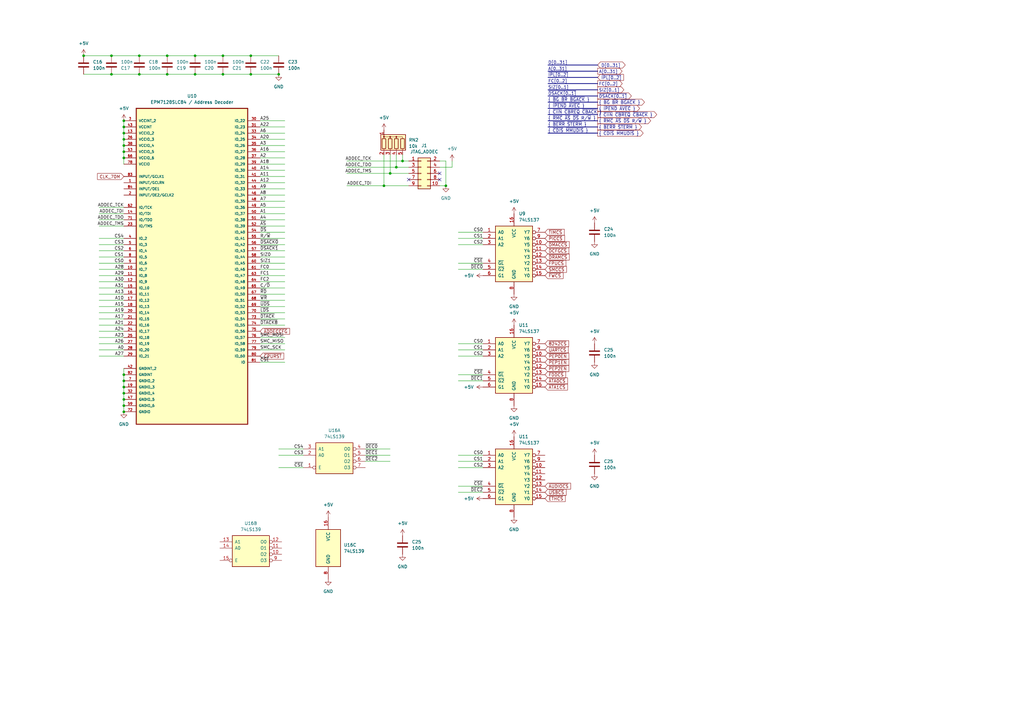
<source format=kicad_sch>
(kicad_sch (version 20230121) (generator eeschema)
  (paper "A3")
  (lib_symbols
    (symbol "74xx:74LS137" (pin_names (offset 1.016))
      (property "Reference" "U" (at -7.62 11.43 0))
      (property "Value" "74LS137" (at -7.62 -13.97 0))
      (symbol "74LS137_1_0"
        (pin input line (at -12.7 7.62 0) (length 5.08) (name "A0") (number "1"))
        (pin output inverted (at 12.7 2.54 180) (length 5.08) (name "Y5") (number "10"))
        (pin output inverted (at 12.7 0 180) (length 5.08) (name "Y4") (number "11"))
        (pin output inverted (at 12.7 -2.54 180) (length 5.08) (name "Y3") (number "12"))
        (pin output inverted (at 12.7 -5.08 180) (length 5.08) (name "Y2") (number "13"))
        (pin output inverted (at 12.7 -7.62 180) (length 5.08) (name "Y1") (number "14"))
        (pin output inverted (at 12.7 -10.16 180) (length 5.08) (name "Y0") (number "15"))
        (pin power_in line (at 0 15.24 270) (length 5.08) (name "VCC") (number "16"))
        (pin input line (at -12.7 5.08 0) (length 5.08) (name "A1") (number "2"))
        (pin input line (at -12.7 2.54 0) (length 5.08) (name "A2") (number "3"))
        (pin input line (at -12.7 -5.08 0) (length 5.08) (name "~{GL}") (number "4"))
        (pin input line (at -12.7 -7.62 0) (length 5.08) (name "~{G2}") (number "5"))
        (pin input line (at -12.7 -10.16 0) (length 5.08) (name "G1") (number "6"))
        (pin output inverted (at 12.7 7.62 180) (length 5.08) (name "Y7") (number "7"))
        (pin power_in line (at 0 -17.78 90) (length 5.08) (name "GND") (number "8"))
        (pin output inverted (at 12.7 5.08 180) (length 5.08) (name "Y6") (number "9"))
      )
      (symbol "74LS137_1_1"
        (rectangle (start -7.62 10.16) (end 7.62 -12.7) (stroke (width 0.254)) (fill (type background)))
      )
    )
    (symbol "74xx:74LS139" (pin_names (offset 1.016))
      (property "Reference" "U" (at -7.62 8.89 0))
      (property "Value" "74LS139" (at -7.62 -8.89 0))
      (symbol "74LS139_1_0"
        (pin input inverted (at -12.7 -5.08 0) (length 5.08) (name "E") (number "1"))
        (pin input line (at -12.7 0 0) (length 5.08) (name "A0") (number "2"))
        (pin input line (at -12.7 2.54 0) (length 5.08) (name "A1") (number "3"))
        (pin output inverted (at 12.7 2.54 180) (length 5.08) (name "O0") (number "4"))
        (pin output inverted (at 12.7 0 180) (length 5.08) (name "O1") (number "5"))
        (pin output inverted (at 12.7 -2.54 180) (length 5.08) (name "O2") (number "6"))
        (pin output inverted (at 12.7 -5.08 180) (length 5.08) (name "O3") (number "7"))
      )
      (symbol "74LS139_1_1"
        (rectangle (start -7.62 5.08) (end 7.62 -7.62) (stroke (width 0.254)) (fill (type background)))
      )
      (symbol "74LS139_2_0"
        (pin output inverted (at 12.7 -2.54 180) (length 5.08) (name "O2") (number "10"))
        (pin output inverted (at 12.7 0 180) (length 5.08) (name "O1") (number "11"))
        (pin output inverted (at 12.7 2.54 180) (length 5.08) (name "O0") (number "12"))
        (pin input line (at -12.7 2.54 0) (length 5.08) (name "A1") (number "13"))
        (pin input line (at -12.7 0 0) (length 5.08) (name "A0") (number "14"))
        (pin input inverted (at -12.7 -5.08 0) (length 5.08) (name "E") (number "15"))
        (pin output inverted (at 12.7 -5.08 180) (length 5.08) (name "O3") (number "9"))
      )
      (symbol "74LS139_2_1"
        (rectangle (start -7.62 5.08) (end 7.62 -7.62) (stroke (width 0.254)) (fill (type background)))
      )
      (symbol "74LS139_3_0"
        (pin power_in line (at 0 12.7 270) (length 5.08) (name "VCC") (number "16"))
        (pin power_in line (at 0 -12.7 90) (length 5.08) (name "GND") (number "8"))
      )
      (symbol "74LS139_3_1"
        (rectangle (start -5.08 7.62) (end 5.08 -7.62) (stroke (width 0.254)) (fill (type background)))
      )
    )
    (symbol "Connector_Generic:Conn_02x05_Odd_Even" (pin_names (offset 1.016) hide)
      (property "Reference" "J" (at 1.27 7.62 0))
      (property "Value" "Conn_02x05_Odd_Even" (at 1.27 -7.62 0))
      (symbol "Conn_02x05_Odd_Even_1_1"
        (rectangle (start -1.27 -4.953) (end 0 -5.207) (stroke (width 0.1524)))
        (rectangle (start -1.27 -2.413) (end 0 -2.667) (stroke (width 0.1524)))
        (rectangle (start -1.27 0.127) (end 0 -0.127) (stroke (width 0.1524)))
        (rectangle (start -1.27 2.667) (end 0 2.413) (stroke (width 0.1524)))
        (rectangle (start -1.27 5.207) (end 0 4.953) (stroke (width 0.1524)))
        (rectangle (start -1.27 6.35) (end 3.81 -6.35) (stroke (width 0.254)) (fill (type background)))
        (rectangle (start 3.81 -4.953) (end 2.54 -5.207) (stroke (width 0.1524)))
        (rectangle (start 3.81 -2.413) (end 2.54 -2.667) (stroke (width 0.1524)))
        (rectangle (start 3.81 0.127) (end 2.54 -0.127) (stroke (width 0.1524)))
        (rectangle (start 3.81 2.667) (end 2.54 2.413) (stroke (width 0.1524)))
        (rectangle (start 3.81 5.207) (end 2.54 4.953) (stroke (width 0.1524)))
        (pin passive line (at -5.08 5.08 0) (length 3.81) (name "Pin_1") (number "1"))
        (pin passive line (at 7.62 -5.08 180) (length 3.81) (name "Pin_10") (number "10"))
        (pin passive line (at 7.62 5.08 180) (length 3.81) (name "Pin_2") (number "2"))
        (pin passive line (at -5.08 2.54 0) (length 3.81) (name "Pin_3") (number "3"))
        (pin passive line (at 7.62 2.54 180) (length 3.81) (name "Pin_4") (number "4"))
        (pin passive line (at -5.08 0 0) (length 3.81) (name "Pin_5") (number "5"))
        (pin passive line (at 7.62 0 180) (length 3.81) (name "Pin_6") (number "6"))
        (pin passive line (at -5.08 -2.54 0) (length 3.81) (name "Pin_7") (number "7"))
        (pin passive line (at 7.62 -2.54 180) (length 3.81) (name "Pin_8") (number "8"))
        (pin passive line (at -5.08 -5.08 0) (length 3.81) (name "Pin_9") (number "9"))
      )
    )
    (symbol "Device:C" (pin_numbers hide) (pin_names (offset 0.254))
      (property "Reference" "C" (at 0.635 2.54 0))
      (property "Value" "C" (at 0.635 -2.54 0))
      (symbol "C_0_1"
        (polyline (pts (xy -2.032 -0.762) (xy 2.032 -0.762)) (stroke (width 0.508)))
        (polyline (pts (xy -2.032 0.762) (xy 2.032 0.762)) (stroke (width 0.508)))
      )
      (symbol "C_1_1"
        (pin passive line (at 0 3.81 270) (length 2.794) (name "~") (number "1"))
        (pin passive line (at 0 -3.81 90) (length 2.794) (name "~") (number "2"))
      )
    )
    (symbol "Device:R_Network04" (pin_names (offset 0) hide)
      (property "Reference" "RN" (at -7.62 0 90))
      (property "Value" "R_Network04" (at 5.08 0 90))
      (symbol "R_Network04_0_1"
        (rectangle (start -6.35 -3.175) (end 3.81 3.175) (stroke (width 0.254)) (fill (type background)))
        (rectangle (start -5.842 1.524) (end -4.318 -2.54) (stroke (width 0.254)))
        (circle (center -5.08 2.286) (radius 0.254) (fill (type outline)))
        (rectangle (start -3.302 1.524) (end -1.778 -2.54) (stroke (width 0.254)))
        (circle (center -2.54 2.286) (radius 0.254) (fill (type outline)))
        (rectangle (start -0.762 1.524) (end 0.762 -2.54) (stroke (width 0.254)))
        (polyline (pts (xy -5.08 -2.54) (xy -5.08 -3.81)))
        (polyline (pts (xy -2.54 -2.54) (xy -2.54 -3.81)))
        (polyline (pts (xy 0 -2.54) (xy 0 -3.81)))
        (polyline (pts (xy 2.54 -2.54) (xy 2.54 -3.81)))
        (polyline (pts (xy -5.08 1.524) (xy -5.08 2.286) (xy -2.54 2.286) (xy -2.54 1.524)))
        (polyline (pts (xy -2.54 1.524) (xy -2.54 2.286) (xy 0 2.286) (xy 0 1.524)))
        (polyline (pts (xy 0 1.524) (xy 0 2.286) (xy 2.54 2.286) (xy 2.54 1.524)))
        (circle (center 0 2.286) (radius 0.254) (fill (type outline)))
        (rectangle (start 1.778 1.524) (end 3.302 -2.54) (stroke (width 0.254)))
      )
      (symbol "R_Network04_1_1"
        (pin passive line (at -5.08 5.08 270) (length 2.54) (name "common") (number "1"))
        (pin passive line (at -5.08 -5.08 90) (length 1.27) (name "R1") (number "2"))
        (pin passive line (at -2.54 -5.08 90) (length 1.27) (name "R2") (number "3"))
        (pin passive line (at 0 -5.08 90) (length 1.27) (name "R3") (number "4"))
        (pin passive line (at 2.54 -5.08 90) (length 1.27) (name "R4") (number "5"))
      )
    )
    (symbol "EPM7128SLC84-15:EPM7128SLC84-15" (pin_names (offset 1.016))
      (property "Reference" "U" (at -5.3672 65.0935 0))
      (property "Value" "EPM7128SLC84-15" (at -5.497 -74.6679 0))
      (symbol "EPM7128SLC84-15_0_0"
        (rectangle (start -22.86 -68.58) (end 22.86 60.96) (stroke (width 0.4064)) (fill (type background)))
        (pin input line (at -27.94 30.48 0) (length 5.08) (name "INPUT/GCLRN") (number "1"))
        (pin bidirectional line (at -27.94 -5.08 0) (length 5.08) (name "IO_7") (number "10"))
        (pin bidirectional line (at -27.94 -7.62 0) (length 5.08) (name "IO_8") (number "11"))
        (pin bidirectional line (at -27.94 -10.16 0) (length 5.08) (name "IO_9") (number "12"))
        (pin power_in line (at -27.94 50.8 0) (length 5.08) (name "VCCIO_2") (number "13"))
        (pin bidirectional line (at -27.94 17.78 0) (length 5.08) (name "IO/TDI") (number "14"))
        (pin bidirectional line (at -27.94 -12.7 0) (length 5.08) (name "IO_10") (number "15"))
        (pin bidirectional line (at -27.94 -15.24 0) (length 5.08) (name "IO_11") (number "16"))
        (pin bidirectional line (at -27.94 -17.78 0) (length 5.08) (name "IO_12") (number "17"))
        (pin bidirectional line (at -27.94 -20.32 0) (length 5.08) (name "IO_13") (number "18"))
        (pin passive line (at -27.94 -53.34 0) (length 5.08) (name "GNDIO_3") (number "19"))
        (pin input line (at -27.94 25.4 0) (length 5.08) (name "INPUT/OE2/GCLK2") (number "2"))
        (pin bidirectional line (at -27.94 -22.86 0) (length 5.08) (name "IO_14") (number "20"))
        (pin bidirectional line (at -27.94 -25.4 0) (length 5.08) (name "IO_15") (number "21"))
        (pin bidirectional line (at -27.94 -27.94 0) (length 5.08) (name "IO_16") (number "22"))
        (pin bidirectional line (at -27.94 12.7 0) (length 5.08) (name "IO/TMS") (number "23"))
        (pin bidirectional line (at -27.94 -30.48 0) (length 5.08) (name "IO_17") (number "24"))
        (pin bidirectional line (at -27.94 -33.02 0) (length 5.08) (name "IO_18") (number "25"))
        (pin power_in line (at -27.94 48.26 0) (length 5.08) (name "VCCIO_3") (number "26"))
        (pin bidirectional line (at -27.94 -35.56 0) (length 5.08) (name "IO_19") (number "27"))
        (pin bidirectional line (at -27.94 -38.1 0) (length 5.08) (name "IO_20") (number "28"))
        (pin bidirectional line (at -27.94 -40.64 0) (length 5.08) (name "IO_21") (number "29"))
        (pin power_in line (at -27.94 55.88 0) (length 5.08) (name "VCCINT_2") (number "3"))
        (pin bidirectional line (at 27.94 55.88 180) (length 5.08) (name "IO_22") (number "30"))
        (pin bidirectional line (at 27.94 53.34 180) (length 5.08) (name "IO_23") (number "31"))
        (pin passive line (at -27.94 -55.88 0) (length 5.08) (name "GNDIO_4") (number "32"))
        (pin bidirectional line (at 27.94 50.8 180) (length 5.08) (name "IO_24") (number "33"))
        (pin bidirectional line (at 27.94 48.26 180) (length 5.08) (name "IO_25") (number "34"))
        (pin bidirectional line (at 27.94 45.72 180) (length 5.08) (name "IO_26") (number "35"))
        (pin bidirectional line (at 27.94 43.18 180) (length 5.08) (name "IO_27") (number "36"))
        (pin bidirectional line (at 27.94 40.64 180) (length 5.08) (name "IO_28") (number "37"))
        (pin power_in line (at -27.94 45.72 0) (length 5.08) (name "VCCIO_4") (number "38"))
        (pin bidirectional line (at 27.94 38.1 180) (length 5.08) (name "IO_29") (number "39"))
        (pin bidirectional line (at -27.94 7.62 0) (length 5.08) (name "IO_2") (number "4"))
        (pin bidirectional line (at 27.94 35.56 180) (length 5.08) (name "IO_30") (number "40"))
        (pin bidirectional line (at 27.94 33.02 180) (length 5.08) (name "IO_31") (number "41"))
        (pin passive line (at -27.94 -45.72 0) (length 5.08) (name "GNDINT_2") (number "42"))
        (pin power_in line (at -27.94 53.34 0) (length 5.08) (name "VCCINT") (number "43"))
        (pin bidirectional line (at 27.94 30.48 180) (length 5.08) (name "IO_32") (number "44"))
        (pin bidirectional line (at 27.94 27.94 180) (length 5.08) (name "IO_33") (number "45"))
        (pin bidirectional line (at 27.94 25.4 180) (length 5.08) (name "IO_34") (number "46"))
        (pin passive line (at -27.94 -58.42 0) (length 5.08) (name "GNDIO_5") (number "47"))
        (pin bidirectional line (at 27.94 22.86 180) (length 5.08) (name "IO_35") (number "48"))
        (pin bidirectional line (at 27.94 20.32 180) (length 5.08) (name "IO_36") (number "49"))
        (pin bidirectional line (at -27.94 5.08 0) (length 5.08) (name "IO_3") (number "5"))
        (pin bidirectional line (at 27.94 17.78 180) (length 5.08) (name "IO_37") (number "50"))
        (pin bidirectional line (at 27.94 15.24 180) (length 5.08) (name "IO_38") (number "51"))
        (pin bidirectional line (at 27.94 12.7 180) (length 5.08) (name "IO_39") (number "52"))
        (pin power_in line (at -27.94 43.18 0) (length 5.08) (name "VCCIO_5") (number "53"))
        (pin bidirectional line (at 27.94 10.16 180) (length 5.08) (name "IO_40") (number "54"))
        (pin bidirectional line (at 27.94 7.62 180) (length 5.08) (name "IO_41") (number "55"))
        (pin bidirectional line (at 27.94 5.08 180) (length 5.08) (name "IO_42") (number "56"))
        (pin bidirectional line (at 27.94 2.54 180) (length 5.08) (name "IO_43") (number "57"))
        (pin bidirectional line (at 27.94 0 180) (length 5.08) (name "IO_44") (number "58"))
        (pin passive line (at -27.94 -60.96 0) (length 5.08) (name "GNDIO_6") (number "59"))
        (pin bidirectional line (at -27.94 2.54 0) (length 5.08) (name "IO_4") (number "6"))
        (pin bidirectional line (at 27.94 -2.54 180) (length 5.08) (name "IO_45") (number "60"))
        (pin bidirectional line (at 27.94 -5.08 180) (length 5.08) (name "IO_46") (number "61"))
        (pin bidirectional line (at -27.94 20.32 0) (length 5.08) (name "IO/TCK") (number "62"))
        (pin bidirectional line (at 27.94 -7.62 180) (length 5.08) (name "IO_47") (number "63"))
        (pin bidirectional line (at 27.94 -10.16 180) (length 5.08) (name "IO_48") (number "64"))
        (pin bidirectional line (at 27.94 -12.7 180) (length 5.08) (name "IO_49") (number "65"))
        (pin power_in line (at -27.94 40.64 0) (length 5.08) (name "VCCIO_6") (number "66"))
        (pin bidirectional line (at 27.94 -15.24 180) (length 5.08) (name "IO_50") (number "67"))
        (pin bidirectional line (at 27.94 -17.78 180) (length 5.08) (name "IO_51") (number "68"))
        (pin bidirectional line (at 27.94 -20.32 180) (length 5.08) (name "IO_52") (number "69"))
        (pin passive line (at -27.94 -50.8 0) (length 5.08) (name "GNDIO_2") (number "7"))
        (pin bidirectional line (at 27.94 -22.86 180) (length 5.08) (name "IO_53") (number "70"))
        (pin bidirectional line (at -27.94 15.24 0) (length 5.08) (name "IO/TDO") (number "71"))
        (pin passive line (at -27.94 -63.5 0) (length 5.08) (name "GNDIO") (number "72"))
        (pin bidirectional line (at 27.94 -25.4 180) (length 5.08) (name "IO_54") (number "73"))
        (pin bidirectional line (at 27.94 -27.94 180) (length 5.08) (name "IO_55") (number "74"))
        (pin bidirectional line (at 27.94 -30.48 180) (length 5.08) (name "IO_56") (number "75"))
        (pin bidirectional line (at 27.94 -33.02 180) (length 5.08) (name "IO_57") (number "76"))
        (pin bidirectional line (at 27.94 -35.56 180) (length 5.08) (name "IO_58") (number "77"))
        (pin power_in line (at -27.94 38.1 0) (length 5.08) (name "VCCIO") (number "78"))
        (pin bidirectional line (at 27.94 -38.1 180) (length 5.08) (name "IO_59") (number "79"))
        (pin bidirectional line (at -27.94 0 0) (length 5.08) (name "IO_5") (number "8"))
        (pin bidirectional line (at 27.94 -40.64 180) (length 5.08) (name "IO_60") (number "80"))
        (pin bidirectional line (at 27.94 -43.18 180) (length 5.08) (name "IO") (number "81"))
        (pin passive line (at -27.94 -48.26 0) (length 5.08) (name "GNDINT") (number "82"))
        (pin input line (at -27.94 33.02 0) (length 5.08) (name "INPUT/GCLK1") (number "83"))
        (pin input line (at -27.94 27.94 0) (length 5.08) (name "INPUT/OE1") (number "84"))
        (pin bidirectional line (at -27.94 -2.54 0) (length 5.08) (name "IO_6") (number "9"))
      )
    )
    (symbol "power:+5V" (power) (pin_names (offset 0))
      (property "Value" "+5V" (at 0 3.556 0))
      (symbol "+5V_0_1"
        (polyline (pts (xy -0.762 1.27) (xy 0 2.54)))
        (polyline (pts (xy 0 0) (xy 0 2.54)))
        (polyline (pts (xy 0 2.54) (xy 0.762 1.27)))
      )
      (symbol "+5V_1_1"
        (pin power_in line (at 0 0 90) (length 0) hide (name "+5V") (number "1"))
      )
    )
    (symbol "power:GND" (power) (pin_names (offset 0))
      (property "Value" "GND" (at 0 -3.81 0))
      (symbol "GND_0_1"
        (polyline (pts (xy 0 0) (xy 0 -1.27) (xy 1.27 -1.27) (xy 0 -2.54) (xy -1.27 -1.27) (xy 0 -1.27)))
      )
      (symbol "GND_1_1"
        (pin power_in line (at 0 0 270) (length 0) hide (name "GND") (number "1"))
      )
    )
  )
  (junction (at 80.01 30.48))
  (junction (at 160.02 71.12))
  (junction (at 114.3 30.48))
  (junction (at 50.8 64.77))
  (junction (at 80.01 22.86))
  (junction (at 45.72 30.48))
  (junction (at 165.1 66.04))
  (junction (at 50.8 161.29))
  (junction (at 157.48 76.2))
  (junction (at 102.87 30.48))
  (junction (at 50.8 166.37))
  (junction (at 50.8 49.53))
  (junction (at 162.56 68.58))
  (junction (at 57.15 22.86))
  (junction (at 50.8 52.07))
  (junction (at 50.8 156.21))
  (junction (at 50.8 59.69))
  (junction (at 50.8 158.75))
  (junction (at 57.15 30.48))
  (junction (at 34.29 22.86))
  (junction (at 45.72 22.86))
  (junction (at 102.87 22.86))
  (junction (at 182.88 76.2))
  (junction (at 68.58 22.86))
  (junction (at 50.8 163.83))
  (junction (at 50.8 54.61))
  (junction (at 91.44 30.48))
  (junction (at 68.58 30.48))
  (junction (at 50.8 62.23))
  (junction (at 50.8 153.67))
  (junction (at 91.44 22.86))
  (junction (at 50.8 168.91))
  (junction (at 50.8 57.15))
  (no_connect (at 180.34 73.66))
  (no_connect (at 180.34 71.12))
  (no_connect (at 167.64 73.66))
  (wire (pts (xy 116.84 138.43) (xy 106.68 138.43)))
  (wire (pts (xy 40.64 107.95) (xy 50.8 107.95)))
  (wire (pts (xy 187.96 100.33) (xy 198.12 100.33)))
  (bus (pts (xy 224.79 49.53) (xy 245.11 49.53)))
  (bus (pts (xy 224.79 31.75) (xy 245.11 31.75)))
  (wire (pts (xy 160.02 184.15) (xy 149.86 184.15)))
  (wire (pts (xy 102.87 30.48) (xy 91.44 30.48)))
  (bus (pts (xy 224.79 29.21) (xy 245.11 29.21)))
  (wire (pts (xy 40.64 140.97) (xy 50.8 140.97)))
  (bus (pts (xy 224.79 52.07) (xy 245.11 52.07)))
  (wire (pts (xy 116.84 143.51) (xy 106.68 143.51)))
  (wire (pts (xy 50.8 156.21) (xy 50.8 158.75)))
  (wire (pts (xy 187.96 191.77) (xy 198.12 191.77)))
  (wire (pts (xy 185.42 66.04) (xy 185.42 68.58)))
  (wire (pts (xy 40.64 87.63) (xy 50.8 87.63)))
  (wire (pts (xy 114.3 191.77) (xy 124.46 191.77)))
  (wire (pts (xy 187.96 189.23) (xy 198.12 189.23)))
  (wire (pts (xy 80.01 30.48) (xy 68.58 30.48)))
  (wire (pts (xy 40.64 110.49) (xy 50.8 110.49)))
  (wire (pts (xy 116.84 120.65) (xy 106.68 120.65)))
  (wire (pts (xy 187.96 107.95) (xy 198.12 107.95)))
  (wire (pts (xy 40.64 85.09) (xy 50.8 85.09)))
  (wire (pts (xy 114.3 30.48) (xy 102.87 30.48)))
  (wire (pts (xy 116.84 69.85) (xy 106.68 69.85)))
  (wire (pts (xy 40.64 90.17) (xy 50.8 90.17)))
  (wire (pts (xy 40.64 92.71) (xy 50.8 92.71)))
  (wire (pts (xy 50.8 62.23) (xy 50.8 64.77)))
  (wire (pts (xy 116.84 118.11) (xy 106.68 118.11)))
  (wire (pts (xy 50.8 64.77) (xy 50.8 67.31)))
  (wire (pts (xy 80.01 22.86) (xy 91.44 22.86)))
  (wire (pts (xy 142.24 71.12) (xy 160.02 71.12)))
  (wire (pts (xy 116.84 90.17) (xy 106.68 90.17)))
  (wire (pts (xy 50.8 163.83) (xy 50.8 166.37)))
  (wire (pts (xy 160.02 63.5) (xy 160.02 71.12)))
  (wire (pts (xy 187.96 95.25) (xy 198.12 95.25)))
  (wire (pts (xy 114.3 186.69) (xy 124.46 186.69)))
  (wire (pts (xy 50.8 166.37) (xy 50.8 168.91)))
  (wire (pts (xy 187.96 153.67) (xy 198.12 153.67)))
  (wire (pts (xy 116.84 100.33) (xy 106.68 100.33)))
  (wire (pts (xy 116.84 64.77) (xy 106.68 64.77)))
  (wire (pts (xy 187.96 199.39) (xy 198.12 199.39)))
  (bus (pts (xy 224.79 46.99) (xy 245.11 46.99)))
  (wire (pts (xy 185.42 68.58) (xy 180.34 68.58)))
  (wire (pts (xy 34.29 22.86) (xy 45.72 22.86)))
  (wire (pts (xy 116.84 148.59) (xy 106.68 148.59)))
  (wire (pts (xy 40.64 143.51) (xy 50.8 143.51)))
  (wire (pts (xy 40.64 125.73) (xy 50.8 125.73)))
  (wire (pts (xy 116.84 128.27) (xy 106.68 128.27)))
  (wire (pts (xy 116.84 59.69) (xy 106.68 59.69)))
  (wire (pts (xy 187.96 110.49) (xy 198.12 110.49)))
  (wire (pts (xy 40.64 97.79) (xy 50.8 97.79)))
  (wire (pts (xy 116.84 54.61) (xy 106.68 54.61)))
  (wire (pts (xy 187.96 143.51) (xy 198.12 143.51)))
  (wire (pts (xy 40.64 115.57) (xy 50.8 115.57)))
  (bus (pts (xy 224.79 34.29) (xy 245.11 34.29)))
  (wire (pts (xy 142.24 68.58) (xy 162.56 68.58)))
  (wire (pts (xy 40.64 113.03) (xy 50.8 113.03)))
  (wire (pts (xy 50.8 57.15) (xy 50.8 59.69)))
  (wire (pts (xy 116.84 87.63) (xy 106.68 87.63)))
  (wire (pts (xy 68.58 30.48) (xy 57.15 30.48)))
  (wire (pts (xy 116.84 52.07) (xy 106.68 52.07)))
  (wire (pts (xy 116.84 105.41) (xy 106.68 105.41)))
  (wire (pts (xy 57.15 22.86) (xy 68.58 22.86)))
  (wire (pts (xy 57.15 30.48) (xy 45.72 30.48)))
  (wire (pts (xy 50.8 158.75) (xy 50.8 161.29)))
  (wire (pts (xy 40.64 135.89) (xy 50.8 135.89)))
  (wire (pts (xy 50.8 153.67) (xy 50.8 156.21)))
  (wire (pts (xy 50.8 54.61) (xy 50.8 57.15)))
  (wire (pts (xy 40.64 100.33) (xy 50.8 100.33)))
  (wire (pts (xy 116.84 85.09) (xy 106.68 85.09)))
  (wire (pts (xy 116.84 140.97) (xy 106.68 140.97)))
  (wire (pts (xy 40.64 133.35) (xy 50.8 133.35)))
  (bus (pts (xy 224.79 41.91) (xy 245.11 41.91)))
  (wire (pts (xy 187.96 186.69) (xy 198.12 186.69)))
  (wire (pts (xy 160.02 71.12) (xy 167.64 71.12)))
  (wire (pts (xy 116.84 102.87) (xy 106.68 102.87)))
  (wire (pts (xy 116.84 125.73) (xy 106.68 125.73)))
  (wire (pts (xy 116.84 49.53) (xy 106.68 49.53)))
  (wire (pts (xy 40.64 123.19) (xy 50.8 123.19)))
  (wire (pts (xy 160.02 186.69) (xy 149.86 186.69)))
  (wire (pts (xy 187.96 97.79) (xy 198.12 97.79)))
  (wire (pts (xy 116.84 92.71) (xy 106.68 92.71)))
  (wire (pts (xy 116.84 74.93) (xy 106.68 74.93)))
  (wire (pts (xy 116.84 62.23) (xy 106.68 62.23)))
  (wire (pts (xy 50.8 49.53) (xy 50.8 52.07)))
  (wire (pts (xy 114.3 184.15) (xy 124.46 184.15)))
  (wire (pts (xy 116.84 107.95) (xy 106.68 107.95)))
  (wire (pts (xy 102.87 22.86) (xy 114.3 22.86)))
  (wire (pts (xy 116.84 110.49) (xy 106.68 110.49)))
  (wire (pts (xy 160.02 189.23) (xy 149.86 189.23)))
  (wire (pts (xy 116.84 77.47) (xy 106.68 77.47)))
  (wire (pts (xy 40.64 105.41) (xy 50.8 105.41)))
  (wire (pts (xy 116.84 72.39) (xy 106.68 72.39)))
  (wire (pts (xy 45.72 30.48) (xy 34.29 30.48)))
  (wire (pts (xy 162.56 63.5) (xy 162.56 68.58)))
  (wire (pts (xy 142.24 76.2) (xy 157.48 76.2)))
  (wire (pts (xy 40.64 146.05) (xy 50.8 146.05)))
  (bus (pts (xy 224.79 39.37) (xy 245.11 39.37)))
  (wire (pts (xy 165.1 66.04) (xy 167.64 66.04)))
  (wire (pts (xy 40.64 138.43) (xy 50.8 138.43)))
  (wire (pts (xy 106.68 97.79) (xy 116.84 97.79)))
  (wire (pts (xy 40.64 120.65) (xy 50.8 120.65)))
  (wire (pts (xy 157.48 63.5) (xy 157.48 76.2)))
  (wire (pts (xy 165.1 63.5) (xy 165.1 66.04)))
  (wire (pts (xy 116.84 123.19) (xy 106.68 123.19)))
  (wire (pts (xy 116.84 95.25) (xy 106.68 95.25)))
  (wire (pts (xy 187.96 201.93) (xy 198.12 201.93)))
  (bus (pts (xy 224.79 26.67) (xy 245.11 26.67)))
  (wire (pts (xy 116.84 130.81) (xy 106.68 130.81)))
  (wire (pts (xy 180.34 76.2) (xy 182.88 76.2)))
  (wire (pts (xy 40.64 118.11) (xy 50.8 118.11)))
  (wire (pts (xy 45.72 22.86) (xy 57.15 22.86)))
  (wire (pts (xy 116.84 115.57) (xy 106.68 115.57)))
  (wire (pts (xy 91.44 22.86) (xy 102.87 22.86)))
  (wire (pts (xy 50.8 59.69) (xy 50.8 62.23)))
  (wire (pts (xy 187.96 156.21) (xy 198.12 156.21)))
  (wire (pts (xy 40.64 102.87) (xy 50.8 102.87)))
  (wire (pts (xy 68.58 22.86) (xy 80.01 22.86)))
  (wire (pts (xy 180.34 66.04) (xy 182.88 66.04)))
  (wire (pts (xy 116.84 113.03) (xy 106.68 113.03)))
  (wire (pts (xy 50.8 161.29) (xy 50.8 163.83)))
  (wire (pts (xy 40.64 130.81) (xy 50.8 130.81)))
  (wire (pts (xy 40.64 128.27) (xy 50.8 128.27)))
  (wire (pts (xy 116.84 67.31) (xy 106.68 67.31)))
  (wire (pts (xy 187.96 146.05) (xy 198.12 146.05)))
  (wire (pts (xy 91.44 30.48) (xy 80.01 30.48)))
  (wire (pts (xy 162.56 68.58) (xy 167.64 68.58)))
  (wire (pts (xy 116.84 80.01) (xy 106.68 80.01)))
  (wire (pts (xy 182.88 66.04) (xy 182.88 76.2)))
  (wire (pts (xy 50.8 52.07) (xy 50.8 54.61)))
  (wire (pts (xy 116.84 82.55) (xy 106.68 82.55)))
  (wire (pts (xy 50.8 151.13) (xy 50.8 153.67)))
  (wire (pts (xy 187.96 140.97) (xy 198.12 140.97)))
  (wire (pts (xy 157.48 76.2) (xy 167.64 76.2)))
  (bus (pts (xy 224.79 44.45) (xy 245.11 44.45)))
  (wire (pts (xy 142.24 66.04) (xy 165.1 66.04)))
  (bus (pts (xy 224.79 36.83) (xy 245.11 36.83)))
  (wire (pts (xy 116.84 57.15) (xy 106.68 57.15)))
  (wire (pts (xy 116.84 133.35) (xy 106.68 133.35)))
  (bus (pts (xy 224.79 54.61) (xy 245.11 54.61)))
  (label "CS4" (at 124.46 184.15 180))
  (label "CS3" (at 50.8 100.33 180))
  (label "{ ~{CIIN} ~{CBREQ} ~{CBACK} }" (at 224.79 46.99 0))
  (label "A19" (at 50.8 128.27 180))
  (label "~{CSE}" (at 198.12 153.67 180))
  (label "CS2" (at 198.12 191.77 180))
  (label "CS2" (at 198.12 100.33 180))
  (label "CS0" (at 198.12 186.69 180))
  (label "A20" (at 106.68 57.15 0))
  (label "~{AS}" (at 106.68 92.71 0))
  (label "~{CSE}" (at 106.68 148.59 0))
  (label "R{slash}~{W}" (at 106.68 97.79 0))
  (label "A15" (at 50.8 125.73 180))
  (label "D[0..31]" (at 224.79 26.67 0))
  (label "A22" (at 106.68 52.07 0))
  (label "A10" (at 50.8 123.19 180))
  (label "A11" (at 106.68 72.39 0))
  (label "FC1" (at 106.68 113.03 0))
  (label "A6" (at 106.68 54.61 0))
  (label "ADDEC_TMS" (at 50.8 92.71 180))
  (label "~{DS}" (at 106.68 95.25 0))
  (label "A28" (at 50.8 110.49 180))
  (label "A9" (at 106.68 77.47 0))
  (label "A31" (at 50.8 118.11 180))
  (label "CS1" (at 198.12 97.79 180))
  (label "CS0" (at 198.12 140.97 180))
  (label "ADDEC_TDO" (at 152.4 68.58 180))
  (label "CS0" (at 50.8 107.95 180))
  (label "~{DEC0}" (at 198.12 110.49 180))
  (label "{ ~{IPEND} ~{AVEC} }" (at 224.79 44.45 0))
  (label "~{WR}" (at 106.68 123.19 0))
  (label "A17" (at 50.8 130.81 180))
  (label "~{DSACK1}" (at 106.68 102.87 0))
  (label "~{IPL[0..2]}" (at 224.79 31.75 0))
  (label "A0" (at 50.8 143.51 180))
  (label "A3" (at 106.68 59.69 0))
  (label "{ ~{RMC} ~{AS} ~{DS} R{slash}~{W} }" (at 224.79 49.53 0))
  (label "A23" (at 50.8 138.43 180))
  (label "~{LDS}" (at 106.68 128.27 0))
  (label "CS1" (at 198.12 189.23 180))
  (label "{ ~{BERR} ~{STERM} }" (at 224.79 52.07 0))
  (label "A21" (at 50.8 133.35 180))
  (label "SMC_MISO" (at 106.68 140.97 0))
  (label "FC0" (at 106.68 110.49 0))
  (label "~{DEC2}" (at 198.12 201.93 180))
  (label "A24" (at 50.8 135.89 180))
  (label "SIZ1" (at 106.68 107.95 0))
  (label "~{DTACK}" (at 106.68 130.81 0))
  (label "A13" (at 50.8 120.65 180))
  (label "~{DSACK0}" (at 106.68 100.33 0))
  (label "A12" (at 106.68 74.93 0))
  (label "~{DEC2}" (at 149.86 189.23 0))
  (label "SIZ[0..1]" (at 224.79 36.83 0))
  (label "~{CSE}" (at 198.12 107.95 180))
  (label "~{CSE}" (at 124.46 191.77 180))
  (label "CS0" (at 198.12 95.25 180))
  (label "~{DTACK8}" (at 106.68 133.35 0))
  (label "SIZ0" (at 106.68 105.41 0))
  (label "~{DEC1}" (at 149.86 186.69 0))
  (label "A5" (at 106.68 85.09 0))
  (label "A7" (at 106.68 82.55 0))
  (label "A14" (at 106.68 69.85 0))
  (label "A1" (at 106.68 87.63 0))
  (label "A8" (at 106.68 80.01 0))
  (label "CS2" (at 198.12 146.05 180))
  (label "A25" (at 106.68 49.53 0))
  (label "A30" (at 50.8 115.57 180))
  (label "CS1" (at 50.8 105.41 180))
  (label "A18" (at 106.68 67.31 0))
  (label "CS1" (at 198.12 143.51 180))
  (label "C{slash}~{D}" (at 106.68 118.11 0))
  (label "A16" (at 106.68 62.23 0))
  (label "{ ~{BG} ~{BR} ~{BGACK} }" (at 224.79 41.91 0))
  (label "CS4" (at 50.8 97.79 180))
  (label "~{CSE}" (at 198.12 199.39 180))
  (label "FC[0..2]" (at 224.79 34.29 0))
  (label "A26" (at 50.8 140.97 180))
  (label "A4" (at 106.68 90.17 0))
  (label "{ ~{CDIS} ~{MMUDIS} }" (at 224.79 54.61 0))
  (label "~{DEC0}" (at 149.86 184.15 0))
  (label "FC2" (at 106.68 115.57 0))
  (label "~{RD}" (at 106.68 120.65 0))
  (label "~{DSACK[0..1]}" (at 224.79 39.37 0))
  (label "SMC_SCK" (at 106.68 143.51 0))
  (label "ADDEC_TDO" (at 50.8 90.17 180))
  (label "~{DEC1}" (at 198.12 156.21 180))
  (label "CS2" (at 50.8 102.87 180))
  (label "A27" (at 50.8 146.05 180))
  (label "SMC_MOSI" (at 106.68 138.43 0))
  (label "A29" (at 50.8 113.03 180))
  (label "A[0..31]" (at 224.79 29.21 0))
  (label "ADDEC_TCK" (at 50.8 85.09 180))
  (label "ADDEC_TCK" (at 152.4 66.04 180))
  (label "CS3" (at 124.46 186.69 180))
  (label "ADDEC_TDI" (at 50.8 87.63 180))
  (label "A2" (at 106.68 64.77 0))
  (label "~{UDS}" (at 106.68 125.73 0))
  (label "ADDEC_TMS" (at 152.4284 71.12 180))
  (label "ADDEC_TDI" (at 152.4 76.2 180))
  (global_label "~{TIMCS}" (shape input) (at 223.52 95.25 0) (property "Intersheetrefs" "${INTERSHEET_REFS}" (effects hide)))
  (global_label "~{PEP1EN}" (shape input) (at 223.52 148.59 0) (property "Intersheetrefs" "${INTERSHEET_REFS}" (effects hide)))
  (global_label "{ ~{RMC} ~{AS} ~{DS} R{slash}~{W} }" (shape output) (at 245.11 49.53 0) (property "Intersheetrefs" "${INTERSHEET_REFS}" (effects hide)))
  (global_label "~{CPURST}" (shape input) (at 106.68 146.05 0) (property "Intersheetrefs" "${INTERSHEET_REFS}" (effects hide)))
  (global_label "~{DSACK[0..1]}" (shape output) (at 245.11 39.37 0) (property "Intersheetrefs" "${INTERSHEET_REFS}" (effects hide)))
  (global_label "~{8242CS}" (shape input) (at 223.52 140.97 0) (property "Intersheetrefs" "${INTERSHEET_REFS}" (effects hide)))
  (global_label "~{FPUCS}" (shape input) (at 223.52 107.95 0) (property "Intersheetrefs" "${INTERSHEET_REFS}" (effects hide)))
  (global_label "SIZ[0..1]" (shape output) (at 245.11 36.83 0) (property "Intersheetrefs" "${INTERSHEET_REFS}" (effects hide)))
  (global_label "~{ETHCS}" (shape input) (at 223.52 204.47 0) (property "Intersheetrefs" "${INTERSHEET_REFS}" (effects hide)))
  (global_label "~{DRAMCS}" (shape input) (at 223.52 105.41 0) (property "Intersheetrefs" "${INTERSHEET_REFS}" (effects hide)))
  (global_label "~{FWCS}" (shape input) (at 223.52 113.03 0) (property "Intersheetrefs" "${INTERSHEET_REFS}" (effects hide)))
  (global_label "~{DCFGCS}" (shape input) (at 223.52 102.87 0) (property "Intersheetrefs" "${INTERSHEET_REFS}" (effects hide)))
  (global_label "~{UARTCS}" (shape input) (at 223.52 143.51 0) (property "Intersheetrefs" "${INTERSHEET_REFS}" (effects hide)))
  (global_label "~{IPL[0..2]}" (shape input) (at 245.11 31.75 0) (property "Intersheetrefs" "${INTERSHEET_REFS}" (effects hide)))
  (global_label "~{USBCS}" (shape input) (at 223.52 201.93 0) (property "Intersheetrefs" "${INTERSHEET_REFS}" (effects hide)))
  (global_label "D[0..31]" (shape bidirectional) (at 245.11 26.67 0) (property "Intersheetrefs" "${INTERSHEET_REFS}" (effects hide)))
  (global_label "FC[0..2]" (shape output) (at 245.11 34.29 0) (property "Intersheetrefs" "${INTERSHEET_REFS}" (effects hide)))
  (global_label "~{ATA0CS}" (shape input) (at 223.52 156.21 0) (property "Intersheetrefs" "${INTERSHEET_REFS}" (effects hide)))
  (global_label "A[0..31]" (shape output) (at 245.11 29.21 0) (property "Intersheetrefs" "${INTERSHEET_REFS}" (effects hide)))
  (global_label "~{PEP2EN}" (shape input) (at 223.52 151.13 0) (property "Intersheetrefs" "${INTERSHEET_REFS}" (effects hide)))
  (global_label "~{PEP0EN}" (shape input) (at 223.52 146.05 0) (property "Intersheetrefs" "${INTERSHEET_REFS}" (effects hide)))
  (global_label "{ ~{CDIS} ~{MMUDIS} }" (shape output) (at 245.11 54.61 0) (property "Intersheetrefs" "${INTERSHEET_REFS}" (effects hide)))
  (global_label "~{ATA1CS}" (shape input) (at 223.52 158.75 0) (property "Intersheetrefs" "${INTERSHEET_REFS}" (effects hide)))
  (global_label "{ ~{CIIN} ~{CBREQ} ~{CBACK} }" (shape output) (at 245.11 46.99 0) (property "Intersheetrefs" "${INTERSHEET_REFS}" (effects hide)))
  (global_label "~{DMACCS}" (shape input) (at 223.52 100.33 0) (property "Intersheetrefs" "${INTERSHEET_REFS}" (effects hide)))
  (global_label "~{FDDCS}" (shape input) (at 223.52 153.67 0) (property "Intersheetrefs" "${INTERSHEET_REFS}" (effects hide)))
  (global_label "~{AUDIOCS}" (shape input) (at 223.52 199.39 0) (property "Intersheetrefs" "${INTERSHEET_REFS}" (effects hide)))
  (global_label "{ ~{IPEND} ~{AVEC} }" (shape output) (at 245.11 44.45 0) (property "Intersheetrefs" "${INTERSHEET_REFS}" (effects hide)))
  (global_label "~{SMCCS}" (shape input) (at 223.52 110.49 0) (property "Intersheetrefs" "${INTERSHEET_REFS}" (effects hide)))
  (global_label "{ ~{BG} ~{BR} ~{BGACK} }" (shape output) (at 245.11 41.91 0) (property "Intersheetrefs" "${INTERSHEET_REFS}" (effects hide)))
  (global_label "{ ~{BERR} ~{STERM} }" (shape output) (at 245.11 52.07 0) (property "Intersheetrefs" "${INTERSHEET_REFS}" (effects hide)))
  (global_label "~{ADDECCFG}" (shape input) (at 106.68 135.89 0) (property "Intersheetrefs" "${INTERSHEET_REFS}" (effects hide)))
  (global_label "~{PICCS}" (shape input) (at 223.52 97.79 0) (property "Intersheetrefs" "${INTERSHEET_REFS}" (effects hide)))
  (global_label "CLK_70M" (shape input) (at 50.8 72.39 180) (property "Intersheetrefs" "${INTERSHEET_REFS}" (effects hide)))
  (symbol (lib_id "power:+5V") (at 243.84 186.69 0) (unit 1)
    (property "Reference" "#PWR043" (effects hide))
    (property "Value" "+5V" (at 243.84 181.61 0))
    (instances (project "m68k-hbc" (path "" (reference "#PWR043") (unit 1)) (path "" (reference "#PWR0210") (unit 1))))
  )
  (symbol (lib_id "power:GND") (at 210.82 166.37 0) (unit 1)
    (property "Reference" "#PWR047" (effects hide))
    (property "Value" "GND" (at 210.82 171.45 0))
    (instances (project "m68k-hbc" (path "" (reference "#PWR047") (unit 1)) (path "" (reference "#PWR0207") (unit 1))))
  )
  (symbol (lib_id "power:+5V") (at 243.84 140.97 0) (unit 1)
    (property "Reference" "#PWR043" (effects hide))
    (property "Value" "+5V" (at 243.84 135.89 0))
    (instances (project "m68k-hbc" (path "" (reference "#PWR043") (unit 1)) (path "" (reference "#PWR0204") (unit 1))))
  )
  (symbol (lib_id "power:+5V") (at 210.82 179.07 0) (unit 1)
    (property "Reference" "#PWR042" (effects hide))
    (property "Value" "+5V" (at 210.82 173.99 0))
    (instances (project "m68k-hbc" (path "" (reference "#PWR042") (unit 1)) (path "" (reference "#PWR0209") (unit 1))))
  )
  (symbol (lib_id "Device:C") (at 243.84 190.5 0) (unit 1)
    (property "Reference" "C25" (at 247.65 189.23 0) (effects (justify left)))
    (property "Value" "100n" (at 247.65 191.77 0) (effects (justify left)))
    (property "Footprint" "Capacitor_SMD:C_1206_3216Metric_Pad1.33x1.80mm_HandSolder" (effects hide))
    (instances (project "m68k-hbc" (path "" (reference "C25") (unit 1)) (path "" (reference "C75") (unit 1))))
  )
  (symbol (lib_id "power:+5V") (at 185.42 66.04 0) (unit 1)
    (property "Reference" "#PWR028" (effects hide))
    (property "Value" "+5V" (at 185.42 60.96 0))
    (instances (project "m68k-hbc" (path "" (reference "#PWR028") (unit 1)) (path "" (reference "#PWR0196") (unit 1))))
  )
  (symbol (lib_id "Device:C") (at 68.58 26.67 0) (mirror x) (unit 1)
    (property "Reference" "C19" (at 72.39 27.94 0) (effects (justify left)))
    (property "Value" "100n" (at 72.39 25.4 0) (effects (justify left)))
    (property "Footprint" "Capacitor_SMD:C_1206_3216Metric_Pad1.33x1.80mm_HandSolder" (effects hide))
    (instances (project "m68k-hbc" (path "" (reference "C19") (unit 1)) (path "" (reference "C68") (unit 1))))
  )
  (symbol (lib_id "Device:R_Network04") (at 162.56 58.42 0) (unit 1)
    (property "Reference" "RN2" (at 167.64 57.404 0) (effects (justify left)))
    (property "Value" "10k" (at 167.64 59.944 0) (effects (justify left)))
    (property "Footprint" "Resistor_THT:R_Array_SIP5" (effects hide))
    (property "Datasheet" "http://www.vishay.com/docs/31509/csc.pdf" (effects hide))
    (instances (project "m68k-hbc" (path "" (reference "RN2") (unit 1)) (path "" (reference "RN5") (unit 1))))
  )
  (symbol (lib_id "Connector_Generic:Conn_02x05_Odd_Even") (at 172.72 71.12 0) (unit 1)
    (property "Reference" "J1" (at 173.99 59.69 0))
    (property "Value" "JTAG_ADDEC" (at 173.99 62.23 0))
    (property "Footprint" "Connector_IDC:IDC-Header_2x05_P2.54mm_Vertical" (effects hide))
    (instances (project "m68k-hbc" (path "" (reference "J1") (unit 1)) (path "" (reference "J18") (unit 1))))
  )
  (symbol (lib_id "74xx:74LS139") (at 137.16 186.69 0) (unit 1)
    (property "Reference" "U16" (at 137.16 176.53 0))
    (property "Value" "74LS139" (at 137.16 179.07 0))
    (property "Footprint" "Package_SO:SOIC-16W_5.3x10.2mm_P1.27mm" (effects hide))
    (property "Datasheet" "http://www.ti.com/lit/ds/symlink/sn74ls139a.pdf" (effects hide))
  )
  (symbol (lib_id "power:+5V") (at 157.48 53.34 0) (unit 1)
    (property "Reference" "#PWR025" (effects hide))
    (property "Value" "+5V" (at 157.48 48.26 0))
    (instances (project "m68k-hbc" (path "" (reference "#PWR025") (unit 1)) (path "" (reference "#PWR0195") (unit 1))))
  )
  (symbol (lib_id "power:+5V") (at 134.62 212.09 0) (unit 1)
    (property "Reference" "#PWR043" (effects hide))
    (property "Value" "+5V" (at 134.62 207.01 0))
    (instances (project "m68k-hbc" (path "" (reference "#PWR043") (unit 1)) (path "" (reference "#PWR0213") (unit 1))))
  )
  (symbol (lib_id "Device:C") (at 34.29 26.67 0) (unit 1)
    (property "Reference" "C16" (at 38.1 25.4 0) (effects (justify left)))
    (property "Value" "100n" (at 38.1 27.94 0) (effects (justify left)))
    (property "Footprint" "Capacitor_SMD:C_1206_3216Metric_Pad1.33x1.80mm_HandSolder" (effects hide))
    (instances (project "m68k-hbc" (path "" (reference "C16") (unit 1)) (path "" (reference "C65") (unit 1))))
  )
  (symbol (lib_id "power:+5V") (at 210.82 87.63 0) (unit 1)
    (property "Reference" "#PWR035" (effects hide))
    (property "Value" "+5V" (at 210.82 82.55 0))
    (instances (project "m68k-hbc" (path "" (reference "#PWR035") (unit 1)) (path "" (reference "#PWR0198") (unit 1))))
  )
  (symbol (lib_id "Device:C") (at 45.72 26.67 0) (mirror x) (unit 1)
    (property "Reference" "C17" (at 49.53 27.94 0) (effects (justify left)))
    (property "Value" "100n" (at 49.53 25.4 0) (effects (justify left)))
    (property "Footprint" "Capacitor_SMD:C_1206_3216Metric_Pad1.33x1.80mm_HandSolder" (effects hide))
    (instances (project "m68k-hbc" (path "" (reference "C17") (unit 1)) (path "" (reference "C66") (unit 1))))
  )
  (symbol (lib_id "power:+5V") (at 34.29 22.86 0) (unit 1)
    (property "Reference" "#PWR020" (effects hide))
    (property "Value" "+5V" (at 34.29 17.78 0))
    (instances (project "m68k-hbc" (path "" (reference "#PWR020") (unit 1)) (path "" (reference "#PWR0192") (unit 1))))
  )
  (symbol (lib_id "74xx:74LS137") (at 210.82 194.31 0) (unit 1)
    (property "Reference" "U11" (at 212.7759 179.07 0) (effects (justify left)))
    (property "Value" "74LS137" (at 212.7759 181.61 0) (effects (justify left)))
    (property "Footprint" "Package_SO:SOIC-16W_5.3x10.2mm_P1.27mm" (effects hide))
    (property "Datasheet" "http://www.ti.com/lit/gpn/sn74LS137" (effects hide))
    (instances (project "m68k-hbc" (path "" (reference "U11") (unit 1)) (path "" (reference "U17") (unit 1))))
  )
  (symbol (lib_id "power:+5V") (at 50.8 49.53 0) (unit 1)
    (property "Reference" "#PWR024" (effects hide))
    (property "Value" "+5V" (at 50.8 44.45 0))
    (instances (project "m68k-hbc" (path "" (reference "#PWR024") (unit 1)) (path "" (reference "#PWR0194") (unit 1))))
  )
  (symbol (lib_id "Device:C") (at 243.84 95.25 0) (unit 1)
    (property "Reference" "C24" (at 247.65 93.98 0) (effects (justify left)))
    (property "Value" "100n" (at 247.65 96.52 0) (effects (justify left)))
    (property "Footprint" "Capacitor_SMD:C_1206_3216Metric_Pad1.33x1.80mm_HandSolder" (effects hide))
    (instances (project "m68k-hbc" (path "" (reference "C24") (unit 1)) (path "" (reference "C73") (unit 1))))
  )
  (symbol (lib_id "Device:C") (at 102.87 26.67 0) (unit 1)
    (property "Reference" "C22" (at 106.68 25.4 0) (effects (justify left)))
    (property "Value" "100n" (at 106.68 27.94 0) (effects (justify left)))
    (property "Footprint" "Capacitor_SMD:C_1206_3216Metric_Pad1.33x1.80mm_HandSolder" (effects hide))
    (instances (project "m68k-hbc" (path "" (reference "C22") (unit 1)) (path "" (reference "C71") (unit 1))))
  )
  (symbol (lib_id "EPM7128SLC84-15:EPM7128SLC84-15") (at 78.74 105.41 0) (unit 1)
    (property "Reference" "U10" (at 78.74 39.37 0))
    (property "Value" "EPM7128SLC84 / Address Decoder" (at 78.74 41.91 0))
    (property "Footprint" "Package_LCC:PLCC-84_THT-Socket" (effects hide))
    (property "MF" "Intel" (effects hide))
    (property "Description" "\nIC CPLD 128MC 15NS 84PLCC\n" (effects hide))
    (property "PACKAGE" "PLCC-84" (effects hide))
    (property "MPN" "EPM7128SLC84-15" (effects hide))
    (property "Price" "None" (effects hide))
    (property "Package" "PLCC-84 Altera" (effects hide))
    (property "OC_FARNELL" "1772141" (effects hide))
    (property "SnapEDA_Link" "https://www.snapeda.com/parts/EPM7128SLC84-15/Intel/view-part/?ref=snap" (effects hide))
    (property "MP" "EPM7128SLC84-15" (effects hide))
    (property "Purchase-URL" "https://pricing.snapeda.com/search?q=EPM7128SLC84-15&ref=eda" (effects hide))
    (property "SUPPLIER" "ALTERA" (effects hide))
    (property "OC_NEWARK" "51R0528" (effects hide))
    (property "Availability" "In Stock" (effects hide))
    (property "Check_prices" "https://www.snapeda.com/parts/EPM7128SLC84-15/Intel/view-part/?ref=eda" (effects hide))
    (instances (project "m68k-hbc" (path "" (reference "U10") (unit 1)) (path "" (reference "U14") (unit 1))))
  )
  (symbol (lib_id "power:+5V") (at 165.1 219.71 0) (unit 1)
    (property "Reference" "#PWR043" (effects hide))
    (property "Value" "+5V" (at 165.1 214.63 0))
    (instances (project "m68k-hbc" (path "" (reference "#PWR043") (unit 1)) (path "" (reference "#PWR0215") (unit 1))))
  )
  (symbol (lib_id "Device:C") (at 243.84 144.78 0) (unit 1)
    (property "Reference" "C25" (at 247.65 143.51 0) (effects (justify left)))
    (property "Value" "100n" (at 247.65 146.05 0) (effects (justify left)))
    (property "Footprint" "Capacitor_SMD:C_1206_3216Metric_Pad1.33x1.80mm_HandSolder" (effects hide))
    (instances (project "m68k-hbc" (path "" (reference "C25") (unit 1)) (path "" (reference "C74") (unit 1))))
  )
  (symbol (lib_id "power:GND") (at 243.84 194.31 0) (unit 1)
    (property "Reference" "#PWR044" (effects hide))
    (property "Value" "GND" (at 243.84 199.39 0))
    (instances (project "m68k-hbc" (path "" (reference "#PWR044") (unit 1)) (path "" (reference "#PWR0211") (unit 1))))
  )
  (symbol (lib_id "power:+5V") (at 198.12 113.03 90) (unit 1)
    (property "Reference" "#PWR040" (effects hide))
    (property "Value" "+5V" (at 194.31 113.03 90) (effects (justify left)))
    (instances (project "m68k-hbc" (path "" (reference "#PWR040") (unit 1)) (path "" (reference "#PWR0201") (unit 1))))
  )
  (symbol (lib_id "74xx:74LS139") (at 102.87 224.79 0) (unit 2)
    (property "Reference" "U16" (at 102.87 214.63 0))
    (property "Value" "74LS139" (at 102.87 217.17 0))
    (property "Footprint" "Package_SO:SOIC-16W_5.3x10.2mm_P1.27mm" (effects hide))
    (property "Datasheet" "http://www.ti.com/lit/ds/symlink/sn74ls139a.pdf" (effects hide))
  )
  (symbol (lib_id "power:+5V") (at 198.12 204.47 90) (unit 1)
    (property "Reference" "#PWR040" (effects hide))
    (property "Value" "+5V" (at 194.31 204.47 90) (effects (justify left)))
    (instances (project "m68k-hbc" (path "" (reference "#PWR040") (unit 1)) (path "" (reference "#PWR0212") (unit 1))))
  )
  (symbol (lib_id "Device:C") (at 91.44 26.67 0) (mirror x) (unit 1)
    (property "Reference" "C21" (at 95.25 27.94 0) (effects (justify left)))
    (property "Value" "100n" (at 95.25 25.4 0) (effects (justify left)))
    (property "Footprint" "Capacitor_SMD:C_1206_3216Metric_Pad1.33x1.80mm_HandSolder" (effects hide))
    (instances (project "m68k-hbc" (path "" (reference "C21") (unit 1)) (path "" (reference "C70") (unit 1))))
  )
  (symbol (lib_id "power:GND") (at 114.3 30.48 0) (unit 1)
    (property "Reference" "#PWR022" (effects hide))
    (property "Value" "GND" (at 114.3 35.56 0))
    (instances (project "m68k-hbc" (path "" (reference "#PWR022") (unit 1)) (path "" (reference "#PWR0193") (unit 1))))
  )
  (symbol (lib_id "power:GND") (at 165.1 227.33 0) (unit 1)
    (property "Reference" "#PWR044" (effects hide))
    (property "Value" "GND" (at 165.1 232.41 0))
    (instances (project "m68k-hbc" (path "" (reference "#PWR044") (unit 1)) (path "" (reference "#PWR0216") (unit 1))))
  )
  (symbol (lib_id "74xx:74LS137") (at 210.82 148.59 0) (unit 1)
    (property "Reference" "U11" (at 212.7759 133.35 0) (effects (justify left)))
    (property "Value" "74LS137" (at 212.7759 135.89 0) (effects (justify left)))
    (property "Footprint" "Package_SO:SOIC-16W_5.3x10.2mm_P1.27mm" (effects hide))
    (property "Datasheet" "http://www.ti.com/lit/gpn/sn74LS137" (effects hide))
    (instances (project "m68k-hbc" (path "" (reference "U11") (unit 1)) (path "" (reference "U15") (unit 1))))
  )
  (symbol (lib_id "power:+5V") (at 210.82 133.35 0) (unit 1)
    (property "Reference" "#PWR042" (effects hide))
    (property "Value" "+5V" (at 210.82 128.27 0))
    (instances (project "m68k-hbc" (path "" (reference "#PWR042") (unit 1)) (path "" (reference "#PWR0203") (unit 1))))
  )
  (symbol (lib_id "Device:C") (at 80.01 26.67 0) (mirror x) (unit 1)
    (property "Reference" "C20" (at 83.82 27.94 0) (effects (justify left)))
    (property "Value" "100n" (at 83.82 25.4 0) (effects (justify left)))
    (property "Footprint" "Capacitor_SMD:C_1206_3216Metric_Pad1.33x1.80mm_HandSolder" (effects hide))
    (instances (project "m68k-hbc" (path "" (reference "C20") (unit 1)) (path "" (reference "C69") (unit 1))))
  )
  (symbol (lib_id "Device:C") (at 57.15 26.67 0) (unit 1)
    (property "Reference" "C18" (at 60.96 25.4 0) (effects (justify left)))
    (property "Value" "100n" (at 60.96 27.94 0) (effects (justify left)))
    (property "Footprint" "Capacitor_SMD:C_1206_3216Metric_Pad1.33x1.80mm_HandSolder" (effects hide))
    (instances (project "m68k-hbc" (path "" (reference "C18") (unit 1)) (path "" (reference "C67") (unit 1))))
  )
  (symbol (lib_id "power:GND") (at 210.82 120.65 0) (unit 1)
    (property "Reference" "#PWR041" (effects hide))
    (property "Value" "GND" (at 210.82 125.73 0))
    (instances (project "m68k-hbc" (path "" (reference "#PWR041") (unit 1)) (path "" (reference "#PWR0202") (unit 1))))
  )
  (symbol (lib_id "power:GND") (at 134.62 237.49 0) (unit 1)
    (property "Reference" "#PWR044" (effects hide))
    (property "Value" "GND" (at 134.62 242.57 0))
    (instances (project "m68k-hbc" (path "" (reference "#PWR044") (unit 1)) (path "" (reference "#PWR0217") (unit 1))))
  )
  (symbol (lib_id "power:GND") (at 210.82 212.09 0) (unit 1)
    (property "Reference" "#PWR047" (effects hide))
    (property "Value" "GND" (at 210.82 217.17 0))
    (instances (project "m68k-hbc" (path "" (reference "#PWR047") (unit 1)) (path "" (reference "#PWR0214") (unit 1))))
  )
  (symbol (lib_id "Device:C") (at 165.1 223.52 0) (unit 1)
    (property "Reference" "C25" (at 168.91 222.25 0) (effects (justify left)))
    (property "Value" "100n" (at 168.91 224.79 0) (effects (justify left)))
    (property "Footprint" "Capacitor_SMD:C_1206_3216Metric_Pad1.33x1.80mm_HandSolder" (effects hide))
    (instances (project "m68k-hbc" (path "" (reference "C25") (unit 1)) (path "" (reference "C76") (unit 1))))
  )
  (symbol (lib_id "power:GND") (at 243.84 148.59 0) (unit 1)
    (property "Reference" "#PWR044" (effects hide))
    (property "Value" "GND" (at 243.84 153.67 0))
    (instances (project "m68k-hbc" (path "" (reference "#PWR044") (unit 1)) (path "" (reference "#PWR0205") (unit 1))))
  )
  (symbol (lib_id "Device:C") (at 114.3 26.67 0) (unit 1)
    (property "Reference" "C23" (at 118.11 25.4 0) (effects (justify left)))
    (property "Value" "100n" (at 118.11 27.94 0) (effects (justify left)))
    (property "Footprint" "Capacitor_SMD:C_1206_3216Metric_Pad1.33x1.80mm_HandSolder" (effects hide))
    (instances (project "m68k-hbc" (path "" (reference "C23") (unit 1)) (path "" (reference "C72") (unit 1))))
  )
  (symbol (lib_id "power:+5V") (at 243.84 91.44 0) (unit 1)
    (property "Reference" "#PWR037" (effects hide))
    (property "Value" "+5V" (at 243.84 86.36 0))
    (instances (project "m68k-hbc" (path "" (reference "#PWR037") (unit 1)) (path "" (reference "#PWR0199") (unit 1))))
  )
  (symbol (lib_id "74xx:74LS139") (at 134.62 224.79 0) (unit 3)
    (property "Reference" "U16" (at 140.97 223.52 0) (effects (justify left)))
    (property "Value" "74LS139" (at 140.97 226.06 0) (effects (justify left)))
    (property "Footprint" "Package_SO:SOIC-16W_5.3x10.2mm_P1.27mm" (effects hide))
    (property "Datasheet" "http://www.ti.com/lit/ds/symlink/sn74ls139a.pdf" (effects hide))
  )
  (symbol (lib_id "74xx:74LS137") (at 210.82 102.87 0) (unit 1)
    (property "Reference" "U9" (at 212.7759 87.63 0) (effects (justify left)))
    (property "Value" "74LS137" (at 212.7759 90.17 0) (effects (justify left)))
    (property "Footprint" "Package_SO:SOIC-16W_5.3x10.2mm_P1.27mm" (effects hide))
    (property "Datasheet" "http://www.ti.com/lit/gpn/sn74LS137" (effects hide))
    (instances (project "m68k-hbc" (path "" (reference "U9") (unit 1)) (path "" (reference "U13") (unit 1))))
  )
  (symbol (lib_id "power:GND") (at 243.84 99.06 0) (unit 1)
    (property "Reference" "#PWR039" (effects hide))
    (property "Value" "GND" (at 243.84 104.14 0))
    (instances (project "m68k-hbc" (path "" (reference "#PWR039") (unit 1)) (path "" (reference "#PWR0200") (unit 1))))
  )
  (symbol (lib_id "power:GND") (at 50.8 168.91 0) (unit 1)
    (property "Reference" "#PWR048" (effects hide))
    (property "Value" "GND" (at 50.8 173.99 0))
    (instances (project "m68k-hbc" (path "" (reference "#PWR048") (unit 1)) (path "" (reference "#PWR0208") (unit 1))))
  )
  (symbol (lib_id "power:GND") (at 182.88 76.2 0) (unit 1)
    (property "Reference" "#PWR031" (effects hide))
    (property "Value" "GND" (at 182.88 81.28 0))
    (instances (project "m68k-hbc" (path "" (reference "#PWR031") (unit 1)) (path "" (reference "#PWR0197") (unit 1))))
  )
  (symbol (lib_id "power:+5V") (at 198.12 158.75 90) (unit 1)
    (property "Reference" "#PWR040" (effects hide))
    (property "Value" "+5V" (at 194.31 158.75 90) (effects (justify left)))
    (instances (project "m68k-hbc" (path "" (reference "#PWR040") (unit 1)) (path "" (reference "#PWR0206") (unit 1))))
  )
)
</source>
